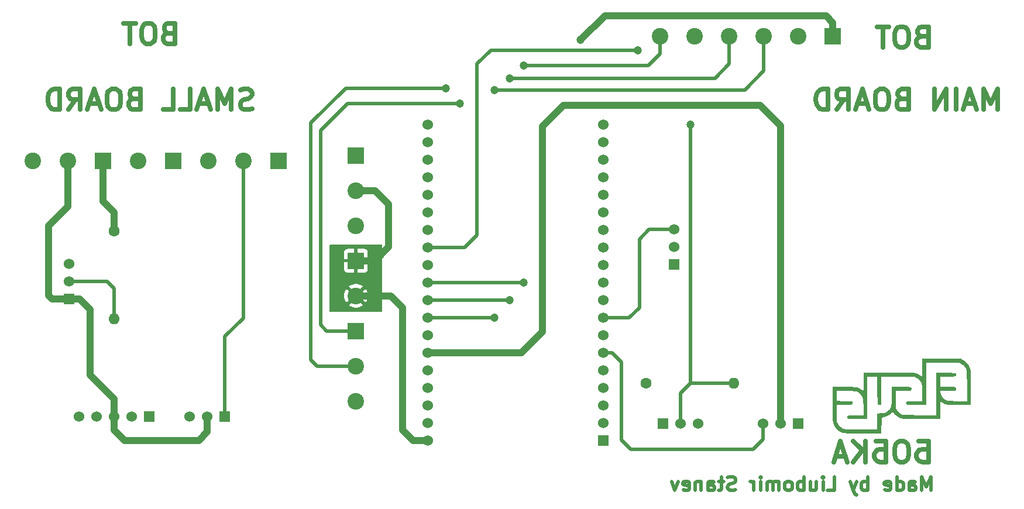
<source format=gbr>
%TF.GenerationSoftware,KiCad,Pcbnew,7.0.9*%
%TF.CreationDate,2024-02-04T14:24:29+02:00*%
%TF.ProjectId,Liubomir_Stanev_project,4c697562-6f6d-4697-925f-5374616e6576,rev?*%
%TF.SameCoordinates,Original*%
%TF.FileFunction,Copper,L2,Bot*%
%TF.FilePolarity,Positive*%
%FSLAX46Y46*%
G04 Gerber Fmt 4.6, Leading zero omitted, Abs format (unit mm)*
G04 Created by KiCad (PCBNEW 7.0.9) date 2024-02-04 14:24:29*
%MOMM*%
%LPD*%
G01*
G04 APERTURE LIST*
%ADD10C,0.700000*%
%TA.AperFunction,NonConductor*%
%ADD11C,0.700000*%
%TD*%
%ADD12C,0.500000*%
%TA.AperFunction,NonConductor*%
%ADD13C,0.500000*%
%TD*%
%TA.AperFunction,ComponentPad*%
%ADD14R,1.530000X1.530000*%
%TD*%
%TA.AperFunction,ComponentPad*%
%ADD15C,1.530000*%
%TD*%
%TA.AperFunction,ComponentPad*%
%ADD16C,1.600000*%
%TD*%
%TA.AperFunction,ComponentPad*%
%ADD17O,1.600000X1.600000*%
%TD*%
%TA.AperFunction,ComponentPad*%
%ADD18R,2.400000X2.400000*%
%TD*%
%TA.AperFunction,ComponentPad*%
%ADD19C,2.400000*%
%TD*%
%TA.AperFunction,ViaPad*%
%ADD20C,1.200000*%
%TD*%
%TA.AperFunction,Conductor*%
%ADD21C,1.000000*%
%TD*%
%TA.AperFunction,Conductor*%
%ADD22C,0.500000*%
%TD*%
G04 APERTURE END LIST*
D10*
D11*
X182396616Y-103596457D02*
X183825188Y-103596457D01*
X183825188Y-103596457D02*
X183825188Y-106596457D01*
X183825188Y-106596457D02*
X182968045Y-106596457D01*
X182968045Y-106596457D02*
X182539474Y-106453600D01*
X182539474Y-106453600D02*
X182253759Y-106167885D01*
X182253759Y-106167885D02*
X182110902Y-105882171D01*
X182110902Y-105882171D02*
X182110902Y-105453600D01*
X182110902Y-105453600D02*
X182253759Y-105167885D01*
X182253759Y-105167885D02*
X182539474Y-104882171D01*
X182539474Y-104882171D02*
X182968045Y-104739314D01*
X182968045Y-104739314D02*
X183825188Y-104739314D01*
X180253759Y-103596457D02*
X179682331Y-103596457D01*
X179682331Y-103596457D02*
X179396616Y-103739314D01*
X179396616Y-103739314D02*
X179110902Y-104025028D01*
X179110902Y-104025028D02*
X178968045Y-104596457D01*
X178968045Y-104596457D02*
X178968045Y-105596457D01*
X178968045Y-105596457D02*
X179110902Y-106167885D01*
X179110902Y-106167885D02*
X179396616Y-106453600D01*
X179396616Y-106453600D02*
X179682331Y-106596457D01*
X179682331Y-106596457D02*
X180253759Y-106596457D01*
X180253759Y-106596457D02*
X180539474Y-106453600D01*
X180539474Y-106453600D02*
X180825188Y-106167885D01*
X180825188Y-106167885D02*
X180968045Y-105596457D01*
X180968045Y-105596457D02*
X180968045Y-104596457D01*
X180968045Y-104596457D02*
X180825188Y-104025028D01*
X180825188Y-104025028D02*
X180539474Y-103739314D01*
X180539474Y-103739314D02*
X180253759Y-103596457D01*
X176253759Y-103596457D02*
X177682331Y-103596457D01*
X177682331Y-103596457D02*
X177682331Y-106596457D01*
X177682331Y-106596457D02*
X176825188Y-106596457D01*
X176825188Y-106596457D02*
X176396617Y-106453600D01*
X176396617Y-106453600D02*
X176110902Y-106167885D01*
X176110902Y-106167885D02*
X175968045Y-105882171D01*
X175968045Y-105882171D02*
X175968045Y-105453600D01*
X175968045Y-105453600D02*
X176110902Y-105167885D01*
X176110902Y-105167885D02*
X176396617Y-104882171D01*
X176396617Y-104882171D02*
X176825188Y-104739314D01*
X176825188Y-104739314D02*
X177682331Y-104739314D01*
X174682331Y-106596457D02*
X174682331Y-103596457D01*
X172968045Y-106596457D02*
X174253759Y-104882171D01*
X172968045Y-103596457D02*
X174682331Y-105310742D01*
X171825188Y-105739314D02*
X170396617Y-105739314D01*
X172110902Y-106596457D02*
X171110902Y-103596457D01*
X171110902Y-103596457D02*
X170110902Y-106596457D01*
D10*
D11*
X193825188Y-55596457D02*
X193825188Y-52596457D01*
X193825188Y-52596457D02*
X192825188Y-54739314D01*
X192825188Y-54739314D02*
X191825188Y-52596457D01*
X191825188Y-52596457D02*
X191825188Y-55596457D01*
X190539474Y-54739314D02*
X189110903Y-54739314D01*
X190825188Y-55596457D02*
X189825188Y-52596457D01*
X189825188Y-52596457D02*
X188825188Y-55596457D01*
X187825188Y-55596457D02*
X187825188Y-52596457D01*
X186396617Y-55596457D02*
X186396617Y-52596457D01*
X186396617Y-52596457D02*
X184682331Y-55596457D01*
X184682331Y-55596457D02*
X184682331Y-52596457D01*
X179968046Y-54025028D02*
X179539474Y-54167885D01*
X179539474Y-54167885D02*
X179396617Y-54310742D01*
X179396617Y-54310742D02*
X179253760Y-54596457D01*
X179253760Y-54596457D02*
X179253760Y-55025028D01*
X179253760Y-55025028D02*
X179396617Y-55310742D01*
X179396617Y-55310742D02*
X179539474Y-55453600D01*
X179539474Y-55453600D02*
X179825189Y-55596457D01*
X179825189Y-55596457D02*
X180968046Y-55596457D01*
X180968046Y-55596457D02*
X180968046Y-52596457D01*
X180968046Y-52596457D02*
X179968046Y-52596457D01*
X179968046Y-52596457D02*
X179682332Y-52739314D01*
X179682332Y-52739314D02*
X179539474Y-52882171D01*
X179539474Y-52882171D02*
X179396617Y-53167885D01*
X179396617Y-53167885D02*
X179396617Y-53453600D01*
X179396617Y-53453600D02*
X179539474Y-53739314D01*
X179539474Y-53739314D02*
X179682332Y-53882171D01*
X179682332Y-53882171D02*
X179968046Y-54025028D01*
X179968046Y-54025028D02*
X180968046Y-54025028D01*
X177396617Y-52596457D02*
X176825189Y-52596457D01*
X176825189Y-52596457D02*
X176539474Y-52739314D01*
X176539474Y-52739314D02*
X176253760Y-53025028D01*
X176253760Y-53025028D02*
X176110903Y-53596457D01*
X176110903Y-53596457D02*
X176110903Y-54596457D01*
X176110903Y-54596457D02*
X176253760Y-55167885D01*
X176253760Y-55167885D02*
X176539474Y-55453600D01*
X176539474Y-55453600D02*
X176825189Y-55596457D01*
X176825189Y-55596457D02*
X177396617Y-55596457D01*
X177396617Y-55596457D02*
X177682332Y-55453600D01*
X177682332Y-55453600D02*
X177968046Y-55167885D01*
X177968046Y-55167885D02*
X178110903Y-54596457D01*
X178110903Y-54596457D02*
X178110903Y-53596457D01*
X178110903Y-53596457D02*
X177968046Y-53025028D01*
X177968046Y-53025028D02*
X177682332Y-52739314D01*
X177682332Y-52739314D02*
X177396617Y-52596457D01*
X174968046Y-54739314D02*
X173539475Y-54739314D01*
X175253760Y-55596457D02*
X174253760Y-52596457D01*
X174253760Y-52596457D02*
X173253760Y-55596457D01*
X170539474Y-55596457D02*
X171539474Y-54167885D01*
X172253760Y-55596457D02*
X172253760Y-52596457D01*
X172253760Y-52596457D02*
X171110903Y-52596457D01*
X171110903Y-52596457D02*
X170825188Y-52739314D01*
X170825188Y-52739314D02*
X170682331Y-52882171D01*
X170682331Y-52882171D02*
X170539474Y-53167885D01*
X170539474Y-53167885D02*
X170539474Y-53596457D01*
X170539474Y-53596457D02*
X170682331Y-53882171D01*
X170682331Y-53882171D02*
X170825188Y-54025028D01*
X170825188Y-54025028D02*
X171110903Y-54167885D01*
X171110903Y-54167885D02*
X172253760Y-54167885D01*
X169253760Y-55596457D02*
X169253760Y-52596457D01*
X169253760Y-52596457D02*
X168539474Y-52596457D01*
X168539474Y-52596457D02*
X168110903Y-52739314D01*
X168110903Y-52739314D02*
X167825188Y-53025028D01*
X167825188Y-53025028D02*
X167682331Y-53310742D01*
X167682331Y-53310742D02*
X167539474Y-53882171D01*
X167539474Y-53882171D02*
X167539474Y-54310742D01*
X167539474Y-54310742D02*
X167682331Y-54882171D01*
X167682331Y-54882171D02*
X167825188Y-55167885D01*
X167825188Y-55167885D02*
X168110903Y-55453600D01*
X168110903Y-55453600D02*
X168539474Y-55596457D01*
X168539474Y-55596457D02*
X169253760Y-55596457D01*
D10*
D11*
X182825188Y-45025028D02*
X182396616Y-45167885D01*
X182396616Y-45167885D02*
X182253759Y-45310742D01*
X182253759Y-45310742D02*
X182110902Y-45596457D01*
X182110902Y-45596457D02*
X182110902Y-46025028D01*
X182110902Y-46025028D02*
X182253759Y-46310742D01*
X182253759Y-46310742D02*
X182396616Y-46453600D01*
X182396616Y-46453600D02*
X182682331Y-46596457D01*
X182682331Y-46596457D02*
X183825188Y-46596457D01*
X183825188Y-46596457D02*
X183825188Y-43596457D01*
X183825188Y-43596457D02*
X182825188Y-43596457D01*
X182825188Y-43596457D02*
X182539474Y-43739314D01*
X182539474Y-43739314D02*
X182396616Y-43882171D01*
X182396616Y-43882171D02*
X182253759Y-44167885D01*
X182253759Y-44167885D02*
X182253759Y-44453600D01*
X182253759Y-44453600D02*
X182396616Y-44739314D01*
X182396616Y-44739314D02*
X182539474Y-44882171D01*
X182539474Y-44882171D02*
X182825188Y-45025028D01*
X182825188Y-45025028D02*
X183825188Y-45025028D01*
X180253759Y-43596457D02*
X179682331Y-43596457D01*
X179682331Y-43596457D02*
X179396616Y-43739314D01*
X179396616Y-43739314D02*
X179110902Y-44025028D01*
X179110902Y-44025028D02*
X178968045Y-44596457D01*
X178968045Y-44596457D02*
X178968045Y-45596457D01*
X178968045Y-45596457D02*
X179110902Y-46167885D01*
X179110902Y-46167885D02*
X179396616Y-46453600D01*
X179396616Y-46453600D02*
X179682331Y-46596457D01*
X179682331Y-46596457D02*
X180253759Y-46596457D01*
X180253759Y-46596457D02*
X180539474Y-46453600D01*
X180539474Y-46453600D02*
X180825188Y-46167885D01*
X180825188Y-46167885D02*
X180968045Y-45596457D01*
X180968045Y-45596457D02*
X180968045Y-44596457D01*
X180968045Y-44596457D02*
X180825188Y-44025028D01*
X180825188Y-44025028D02*
X180539474Y-43739314D01*
X180539474Y-43739314D02*
X180253759Y-43596457D01*
X178110902Y-43596457D02*
X176396617Y-43596457D01*
X177253759Y-46596457D02*
X177253759Y-43596457D01*
D12*
D13*
X184194862Y-110729238D02*
X184194862Y-108729238D01*
X184194862Y-108729238D02*
X183528195Y-110157809D01*
X183528195Y-110157809D02*
X182861529Y-108729238D01*
X182861529Y-108729238D02*
X182861529Y-110729238D01*
X181052005Y-110729238D02*
X181052005Y-109681619D01*
X181052005Y-109681619D02*
X181147243Y-109491142D01*
X181147243Y-109491142D02*
X181337719Y-109395904D01*
X181337719Y-109395904D02*
X181718672Y-109395904D01*
X181718672Y-109395904D02*
X181909148Y-109491142D01*
X181052005Y-110634000D02*
X181242481Y-110729238D01*
X181242481Y-110729238D02*
X181718672Y-110729238D01*
X181718672Y-110729238D02*
X181909148Y-110634000D01*
X181909148Y-110634000D02*
X182004386Y-110443523D01*
X182004386Y-110443523D02*
X182004386Y-110253047D01*
X182004386Y-110253047D02*
X181909148Y-110062571D01*
X181909148Y-110062571D02*
X181718672Y-109967333D01*
X181718672Y-109967333D02*
X181242481Y-109967333D01*
X181242481Y-109967333D02*
X181052005Y-109872095D01*
X179242481Y-110729238D02*
X179242481Y-108729238D01*
X179242481Y-110634000D02*
X179432957Y-110729238D01*
X179432957Y-110729238D02*
X179813910Y-110729238D01*
X179813910Y-110729238D02*
X180004386Y-110634000D01*
X180004386Y-110634000D02*
X180099624Y-110538761D01*
X180099624Y-110538761D02*
X180194862Y-110348285D01*
X180194862Y-110348285D02*
X180194862Y-109776857D01*
X180194862Y-109776857D02*
X180099624Y-109586380D01*
X180099624Y-109586380D02*
X180004386Y-109491142D01*
X180004386Y-109491142D02*
X179813910Y-109395904D01*
X179813910Y-109395904D02*
X179432957Y-109395904D01*
X179432957Y-109395904D02*
X179242481Y-109491142D01*
X177528195Y-110634000D02*
X177718671Y-110729238D01*
X177718671Y-110729238D02*
X178099624Y-110729238D01*
X178099624Y-110729238D02*
X178290100Y-110634000D01*
X178290100Y-110634000D02*
X178385338Y-110443523D01*
X178385338Y-110443523D02*
X178385338Y-109681619D01*
X178385338Y-109681619D02*
X178290100Y-109491142D01*
X178290100Y-109491142D02*
X178099624Y-109395904D01*
X178099624Y-109395904D02*
X177718671Y-109395904D01*
X177718671Y-109395904D02*
X177528195Y-109491142D01*
X177528195Y-109491142D02*
X177432957Y-109681619D01*
X177432957Y-109681619D02*
X177432957Y-109872095D01*
X177432957Y-109872095D02*
X178385338Y-110062571D01*
X175052004Y-110729238D02*
X175052004Y-108729238D01*
X175052004Y-109491142D02*
X174861528Y-109395904D01*
X174861528Y-109395904D02*
X174480575Y-109395904D01*
X174480575Y-109395904D02*
X174290099Y-109491142D01*
X174290099Y-109491142D02*
X174194861Y-109586380D01*
X174194861Y-109586380D02*
X174099623Y-109776857D01*
X174099623Y-109776857D02*
X174099623Y-110348285D01*
X174099623Y-110348285D02*
X174194861Y-110538761D01*
X174194861Y-110538761D02*
X174290099Y-110634000D01*
X174290099Y-110634000D02*
X174480575Y-110729238D01*
X174480575Y-110729238D02*
X174861528Y-110729238D01*
X174861528Y-110729238D02*
X175052004Y-110634000D01*
X173432956Y-109395904D02*
X172956766Y-110729238D01*
X172480575Y-109395904D02*
X172956766Y-110729238D01*
X172956766Y-110729238D02*
X173147242Y-111205428D01*
X173147242Y-111205428D02*
X173242480Y-111300666D01*
X173242480Y-111300666D02*
X173432956Y-111395904D01*
X169242479Y-110729238D02*
X170194860Y-110729238D01*
X170194860Y-110729238D02*
X170194860Y-108729238D01*
X168575812Y-110729238D02*
X168575812Y-109395904D01*
X168575812Y-108729238D02*
X168671050Y-108824476D01*
X168671050Y-108824476D02*
X168575812Y-108919714D01*
X168575812Y-108919714D02*
X168480574Y-108824476D01*
X168480574Y-108824476D02*
X168575812Y-108729238D01*
X168575812Y-108729238D02*
X168575812Y-108919714D01*
X166766288Y-109395904D02*
X166766288Y-110729238D01*
X167623431Y-109395904D02*
X167623431Y-110443523D01*
X167623431Y-110443523D02*
X167528193Y-110634000D01*
X167528193Y-110634000D02*
X167337717Y-110729238D01*
X167337717Y-110729238D02*
X167052002Y-110729238D01*
X167052002Y-110729238D02*
X166861526Y-110634000D01*
X166861526Y-110634000D02*
X166766288Y-110538761D01*
X165813907Y-110729238D02*
X165813907Y-108729238D01*
X165813907Y-109491142D02*
X165623431Y-109395904D01*
X165623431Y-109395904D02*
X165242478Y-109395904D01*
X165242478Y-109395904D02*
X165052002Y-109491142D01*
X165052002Y-109491142D02*
X164956764Y-109586380D01*
X164956764Y-109586380D02*
X164861526Y-109776857D01*
X164861526Y-109776857D02*
X164861526Y-110348285D01*
X164861526Y-110348285D02*
X164956764Y-110538761D01*
X164956764Y-110538761D02*
X165052002Y-110634000D01*
X165052002Y-110634000D02*
X165242478Y-110729238D01*
X165242478Y-110729238D02*
X165623431Y-110729238D01*
X165623431Y-110729238D02*
X165813907Y-110634000D01*
X163718669Y-110729238D02*
X163909145Y-110634000D01*
X163909145Y-110634000D02*
X164004383Y-110538761D01*
X164004383Y-110538761D02*
X164099621Y-110348285D01*
X164099621Y-110348285D02*
X164099621Y-109776857D01*
X164099621Y-109776857D02*
X164004383Y-109586380D01*
X164004383Y-109586380D02*
X163909145Y-109491142D01*
X163909145Y-109491142D02*
X163718669Y-109395904D01*
X163718669Y-109395904D02*
X163432954Y-109395904D01*
X163432954Y-109395904D02*
X163242478Y-109491142D01*
X163242478Y-109491142D02*
X163147240Y-109586380D01*
X163147240Y-109586380D02*
X163052002Y-109776857D01*
X163052002Y-109776857D02*
X163052002Y-110348285D01*
X163052002Y-110348285D02*
X163147240Y-110538761D01*
X163147240Y-110538761D02*
X163242478Y-110634000D01*
X163242478Y-110634000D02*
X163432954Y-110729238D01*
X163432954Y-110729238D02*
X163718669Y-110729238D01*
X162194859Y-110729238D02*
X162194859Y-109395904D01*
X162194859Y-109586380D02*
X162099621Y-109491142D01*
X162099621Y-109491142D02*
X161909145Y-109395904D01*
X161909145Y-109395904D02*
X161623430Y-109395904D01*
X161623430Y-109395904D02*
X161432954Y-109491142D01*
X161432954Y-109491142D02*
X161337716Y-109681619D01*
X161337716Y-109681619D02*
X161337716Y-110729238D01*
X161337716Y-109681619D02*
X161242478Y-109491142D01*
X161242478Y-109491142D02*
X161052002Y-109395904D01*
X161052002Y-109395904D02*
X160766288Y-109395904D01*
X160766288Y-109395904D02*
X160575811Y-109491142D01*
X160575811Y-109491142D02*
X160480573Y-109681619D01*
X160480573Y-109681619D02*
X160480573Y-110729238D01*
X159528192Y-110729238D02*
X159528192Y-109395904D01*
X159528192Y-108729238D02*
X159623430Y-108824476D01*
X159623430Y-108824476D02*
X159528192Y-108919714D01*
X159528192Y-108919714D02*
X159432954Y-108824476D01*
X159432954Y-108824476D02*
X159528192Y-108729238D01*
X159528192Y-108729238D02*
X159528192Y-108919714D01*
X158575811Y-110729238D02*
X158575811Y-109395904D01*
X158575811Y-109776857D02*
X158480573Y-109586380D01*
X158480573Y-109586380D02*
X158385335Y-109491142D01*
X158385335Y-109491142D02*
X158194859Y-109395904D01*
X158194859Y-109395904D02*
X158004382Y-109395904D01*
X155909144Y-110634000D02*
X155623430Y-110729238D01*
X155623430Y-110729238D02*
X155147239Y-110729238D01*
X155147239Y-110729238D02*
X154956763Y-110634000D01*
X154956763Y-110634000D02*
X154861525Y-110538761D01*
X154861525Y-110538761D02*
X154766287Y-110348285D01*
X154766287Y-110348285D02*
X154766287Y-110157809D01*
X154766287Y-110157809D02*
X154861525Y-109967333D01*
X154861525Y-109967333D02*
X154956763Y-109872095D01*
X154956763Y-109872095D02*
X155147239Y-109776857D01*
X155147239Y-109776857D02*
X155528192Y-109681619D01*
X155528192Y-109681619D02*
X155718668Y-109586380D01*
X155718668Y-109586380D02*
X155813906Y-109491142D01*
X155813906Y-109491142D02*
X155909144Y-109300666D01*
X155909144Y-109300666D02*
X155909144Y-109110190D01*
X155909144Y-109110190D02*
X155813906Y-108919714D01*
X155813906Y-108919714D02*
X155718668Y-108824476D01*
X155718668Y-108824476D02*
X155528192Y-108729238D01*
X155528192Y-108729238D02*
X155052001Y-108729238D01*
X155052001Y-108729238D02*
X154766287Y-108824476D01*
X154194858Y-109395904D02*
X153432954Y-109395904D01*
X153909144Y-108729238D02*
X153909144Y-110443523D01*
X153909144Y-110443523D02*
X153813906Y-110634000D01*
X153813906Y-110634000D02*
X153623430Y-110729238D01*
X153623430Y-110729238D02*
X153432954Y-110729238D01*
X151909144Y-110729238D02*
X151909144Y-109681619D01*
X151909144Y-109681619D02*
X152004382Y-109491142D01*
X152004382Y-109491142D02*
X152194858Y-109395904D01*
X152194858Y-109395904D02*
X152575811Y-109395904D01*
X152575811Y-109395904D02*
X152766287Y-109491142D01*
X151909144Y-110634000D02*
X152099620Y-110729238D01*
X152099620Y-110729238D02*
X152575811Y-110729238D01*
X152575811Y-110729238D02*
X152766287Y-110634000D01*
X152766287Y-110634000D02*
X152861525Y-110443523D01*
X152861525Y-110443523D02*
X152861525Y-110253047D01*
X152861525Y-110253047D02*
X152766287Y-110062571D01*
X152766287Y-110062571D02*
X152575811Y-109967333D01*
X152575811Y-109967333D02*
X152099620Y-109967333D01*
X152099620Y-109967333D02*
X151909144Y-109872095D01*
X150956763Y-109395904D02*
X150956763Y-110729238D01*
X150956763Y-109586380D02*
X150861525Y-109491142D01*
X150861525Y-109491142D02*
X150671049Y-109395904D01*
X150671049Y-109395904D02*
X150385334Y-109395904D01*
X150385334Y-109395904D02*
X150194858Y-109491142D01*
X150194858Y-109491142D02*
X150099620Y-109681619D01*
X150099620Y-109681619D02*
X150099620Y-110729238D01*
X148385334Y-110634000D02*
X148575810Y-110729238D01*
X148575810Y-110729238D02*
X148956763Y-110729238D01*
X148956763Y-110729238D02*
X149147239Y-110634000D01*
X149147239Y-110634000D02*
X149242477Y-110443523D01*
X149242477Y-110443523D02*
X149242477Y-109681619D01*
X149242477Y-109681619D02*
X149147239Y-109491142D01*
X149147239Y-109491142D02*
X148956763Y-109395904D01*
X148956763Y-109395904D02*
X148575810Y-109395904D01*
X148575810Y-109395904D02*
X148385334Y-109491142D01*
X148385334Y-109491142D02*
X148290096Y-109681619D01*
X148290096Y-109681619D02*
X148290096Y-109872095D01*
X148290096Y-109872095D02*
X149242477Y-110062571D01*
X147623429Y-109395904D02*
X147147239Y-110729238D01*
X147147239Y-110729238D02*
X146671048Y-109395904D01*
D10*
D11*
X85968045Y-55453600D02*
X85539474Y-55596457D01*
X85539474Y-55596457D02*
X84825188Y-55596457D01*
X84825188Y-55596457D02*
X84539474Y-55453600D01*
X84539474Y-55453600D02*
X84396616Y-55310742D01*
X84396616Y-55310742D02*
X84253759Y-55025028D01*
X84253759Y-55025028D02*
X84253759Y-54739314D01*
X84253759Y-54739314D02*
X84396616Y-54453600D01*
X84396616Y-54453600D02*
X84539474Y-54310742D01*
X84539474Y-54310742D02*
X84825188Y-54167885D01*
X84825188Y-54167885D02*
X85396616Y-54025028D01*
X85396616Y-54025028D02*
X85682331Y-53882171D01*
X85682331Y-53882171D02*
X85825188Y-53739314D01*
X85825188Y-53739314D02*
X85968045Y-53453600D01*
X85968045Y-53453600D02*
X85968045Y-53167885D01*
X85968045Y-53167885D02*
X85825188Y-52882171D01*
X85825188Y-52882171D02*
X85682331Y-52739314D01*
X85682331Y-52739314D02*
X85396616Y-52596457D01*
X85396616Y-52596457D02*
X84682331Y-52596457D01*
X84682331Y-52596457D02*
X84253759Y-52739314D01*
X82968045Y-55596457D02*
X82968045Y-52596457D01*
X82968045Y-52596457D02*
X81968045Y-54739314D01*
X81968045Y-54739314D02*
X80968045Y-52596457D01*
X80968045Y-52596457D02*
X80968045Y-55596457D01*
X79682331Y-54739314D02*
X78253760Y-54739314D01*
X79968045Y-55596457D02*
X78968045Y-52596457D01*
X78968045Y-52596457D02*
X77968045Y-55596457D01*
X75539473Y-55596457D02*
X76968045Y-55596457D01*
X76968045Y-55596457D02*
X76968045Y-52596457D01*
X73110902Y-55596457D02*
X74539474Y-55596457D01*
X74539474Y-55596457D02*
X74539474Y-52596457D01*
X68825189Y-54025028D02*
X68396617Y-54167885D01*
X68396617Y-54167885D02*
X68253760Y-54310742D01*
X68253760Y-54310742D02*
X68110903Y-54596457D01*
X68110903Y-54596457D02*
X68110903Y-55025028D01*
X68110903Y-55025028D02*
X68253760Y-55310742D01*
X68253760Y-55310742D02*
X68396617Y-55453600D01*
X68396617Y-55453600D02*
X68682332Y-55596457D01*
X68682332Y-55596457D02*
X69825189Y-55596457D01*
X69825189Y-55596457D02*
X69825189Y-52596457D01*
X69825189Y-52596457D02*
X68825189Y-52596457D01*
X68825189Y-52596457D02*
X68539475Y-52739314D01*
X68539475Y-52739314D02*
X68396617Y-52882171D01*
X68396617Y-52882171D02*
X68253760Y-53167885D01*
X68253760Y-53167885D02*
X68253760Y-53453600D01*
X68253760Y-53453600D02*
X68396617Y-53739314D01*
X68396617Y-53739314D02*
X68539475Y-53882171D01*
X68539475Y-53882171D02*
X68825189Y-54025028D01*
X68825189Y-54025028D02*
X69825189Y-54025028D01*
X66253760Y-52596457D02*
X65682332Y-52596457D01*
X65682332Y-52596457D02*
X65396617Y-52739314D01*
X65396617Y-52739314D02*
X65110903Y-53025028D01*
X65110903Y-53025028D02*
X64968046Y-53596457D01*
X64968046Y-53596457D02*
X64968046Y-54596457D01*
X64968046Y-54596457D02*
X65110903Y-55167885D01*
X65110903Y-55167885D02*
X65396617Y-55453600D01*
X65396617Y-55453600D02*
X65682332Y-55596457D01*
X65682332Y-55596457D02*
X66253760Y-55596457D01*
X66253760Y-55596457D02*
X66539475Y-55453600D01*
X66539475Y-55453600D02*
X66825189Y-55167885D01*
X66825189Y-55167885D02*
X66968046Y-54596457D01*
X66968046Y-54596457D02*
X66968046Y-53596457D01*
X66968046Y-53596457D02*
X66825189Y-53025028D01*
X66825189Y-53025028D02*
X66539475Y-52739314D01*
X66539475Y-52739314D02*
X66253760Y-52596457D01*
X63825189Y-54739314D02*
X62396618Y-54739314D01*
X64110903Y-55596457D02*
X63110903Y-52596457D01*
X63110903Y-52596457D02*
X62110903Y-55596457D01*
X59396617Y-55596457D02*
X60396617Y-54167885D01*
X61110903Y-55596457D02*
X61110903Y-52596457D01*
X61110903Y-52596457D02*
X59968046Y-52596457D01*
X59968046Y-52596457D02*
X59682331Y-52739314D01*
X59682331Y-52739314D02*
X59539474Y-52882171D01*
X59539474Y-52882171D02*
X59396617Y-53167885D01*
X59396617Y-53167885D02*
X59396617Y-53596457D01*
X59396617Y-53596457D02*
X59539474Y-53882171D01*
X59539474Y-53882171D02*
X59682331Y-54025028D01*
X59682331Y-54025028D02*
X59968046Y-54167885D01*
X59968046Y-54167885D02*
X61110903Y-54167885D01*
X58110903Y-55596457D02*
X58110903Y-52596457D01*
X58110903Y-52596457D02*
X57396617Y-52596457D01*
X57396617Y-52596457D02*
X56968046Y-52739314D01*
X56968046Y-52739314D02*
X56682331Y-53025028D01*
X56682331Y-53025028D02*
X56539474Y-53310742D01*
X56539474Y-53310742D02*
X56396617Y-53882171D01*
X56396617Y-53882171D02*
X56396617Y-54310742D01*
X56396617Y-54310742D02*
X56539474Y-54882171D01*
X56539474Y-54882171D02*
X56682331Y-55167885D01*
X56682331Y-55167885D02*
X56968046Y-55453600D01*
X56968046Y-55453600D02*
X57396617Y-55596457D01*
X57396617Y-55596457D02*
X58110903Y-55596457D01*
D10*
D11*
X73825188Y-44525028D02*
X73396616Y-44667885D01*
X73396616Y-44667885D02*
X73253759Y-44810742D01*
X73253759Y-44810742D02*
X73110902Y-45096457D01*
X73110902Y-45096457D02*
X73110902Y-45525028D01*
X73110902Y-45525028D02*
X73253759Y-45810742D01*
X73253759Y-45810742D02*
X73396616Y-45953600D01*
X73396616Y-45953600D02*
X73682331Y-46096457D01*
X73682331Y-46096457D02*
X74825188Y-46096457D01*
X74825188Y-46096457D02*
X74825188Y-43096457D01*
X74825188Y-43096457D02*
X73825188Y-43096457D01*
X73825188Y-43096457D02*
X73539474Y-43239314D01*
X73539474Y-43239314D02*
X73396616Y-43382171D01*
X73396616Y-43382171D02*
X73253759Y-43667885D01*
X73253759Y-43667885D02*
X73253759Y-43953600D01*
X73253759Y-43953600D02*
X73396616Y-44239314D01*
X73396616Y-44239314D02*
X73539474Y-44382171D01*
X73539474Y-44382171D02*
X73825188Y-44525028D01*
X73825188Y-44525028D02*
X74825188Y-44525028D01*
X71253759Y-43096457D02*
X70682331Y-43096457D01*
X70682331Y-43096457D02*
X70396616Y-43239314D01*
X70396616Y-43239314D02*
X70110902Y-43525028D01*
X70110902Y-43525028D02*
X69968045Y-44096457D01*
X69968045Y-44096457D02*
X69968045Y-45096457D01*
X69968045Y-45096457D02*
X70110902Y-45667885D01*
X70110902Y-45667885D02*
X70396616Y-45953600D01*
X70396616Y-45953600D02*
X70682331Y-46096457D01*
X70682331Y-46096457D02*
X71253759Y-46096457D01*
X71253759Y-46096457D02*
X71539474Y-45953600D01*
X71539474Y-45953600D02*
X71825188Y-45667885D01*
X71825188Y-45667885D02*
X71968045Y-45096457D01*
X71968045Y-45096457D02*
X71968045Y-44096457D01*
X71968045Y-44096457D02*
X71825188Y-43525028D01*
X71825188Y-43525028D02*
X71539474Y-43239314D01*
X71539474Y-43239314D02*
X71253759Y-43096457D01*
X69110902Y-43096457D02*
X67396617Y-43096457D01*
X68253759Y-46096457D02*
X68253759Y-43096457D01*
%TA.AperFunction,EtchedComponent*%
%TO.C,G\u002A\u002A\u002A*%
G36*
X189963389Y-98355021D02*
G01*
X188316109Y-98355021D01*
X187905774Y-98354434D01*
X187465791Y-98350923D01*
X187108745Y-98342470D01*
X186821543Y-98327090D01*
X186591093Y-98302795D01*
X186404303Y-98267600D01*
X186248082Y-98219518D01*
X186109336Y-98156562D01*
X185974974Y-98076746D01*
X185831904Y-97978084D01*
X185579498Y-97797248D01*
X185579498Y-100400837D01*
X182882825Y-100400837D01*
X182249316Y-100400686D01*
X181712060Y-100399551D01*
X181261360Y-100396415D01*
X180887514Y-100390263D01*
X180580824Y-100380076D01*
X180331591Y-100364838D01*
X180130114Y-100343532D01*
X179966695Y-100315142D01*
X179831634Y-100278651D01*
X179715231Y-100233041D01*
X179607788Y-100177296D01*
X179499604Y-100110399D01*
X179380981Y-100031333D01*
X179243474Y-99927751D01*
X179045856Y-99744207D01*
X178896390Y-99564288D01*
X178722696Y-99306394D01*
X178468235Y-99551662D01*
X178172769Y-99791804D01*
X177813020Y-99979408D01*
X177387959Y-100102236D01*
X177050837Y-100170971D01*
X177022183Y-102477741D01*
X174299899Y-102462197D01*
X174077782Y-102460925D01*
X173505035Y-102457485D01*
X173025706Y-102454040D01*
X172630250Y-102450152D01*
X172309119Y-102445379D01*
X172052768Y-102439283D01*
X171851649Y-102431423D01*
X171696218Y-102421359D01*
X171576926Y-102408651D01*
X171484228Y-102392860D01*
X171408578Y-102373546D01*
X171340429Y-102350268D01*
X171270234Y-102322587D01*
X171237391Y-102308779D01*
X170936828Y-102137398D01*
X170643885Y-101899635D01*
X170390648Y-101625099D01*
X170209203Y-101343401D01*
X170208542Y-101342051D01*
X170152077Y-101217931D01*
X170104671Y-101089297D01*
X170065546Y-100945972D01*
X170033925Y-100777781D01*
X170009029Y-100574550D01*
X169990080Y-100326101D01*
X169976300Y-100022262D01*
X169966910Y-99652854D01*
X169961134Y-99207705D01*
X169958191Y-98676638D01*
X169957306Y-98049477D01*
X169957004Y-96302845D01*
X170538382Y-96302845D01*
X170553187Y-97036674D01*
X170567992Y-97770502D01*
X171653239Y-97784916D01*
X171910156Y-97789390D01*
X172271868Y-97800516D01*
X172546501Y-97815903D01*
X172727671Y-97835147D01*
X172808992Y-97857845D01*
X172837244Y-97891357D01*
X172875133Y-98018613D01*
X172865715Y-98162723D01*
X172808992Y-98267678D01*
X172772386Y-98281726D01*
X172630225Y-98302394D01*
X172392057Y-98319366D01*
X172064267Y-98332238D01*
X171653239Y-98340607D01*
X170567992Y-98355021D01*
X170567992Y-100746234D01*
X170716837Y-101049339D01*
X170730044Y-101075795D01*
X170899872Y-101344890D01*
X171117446Y-101558238D01*
X171412012Y-101745113D01*
X171435814Y-101757685D01*
X171489743Y-101783265D01*
X171550236Y-101804399D01*
X171627263Y-101821587D01*
X171730795Y-101835335D01*
X171870804Y-101846144D01*
X172057261Y-101854518D01*
X172300137Y-101860959D01*
X172609403Y-101865972D01*
X172995030Y-101870058D01*
X173466989Y-101873722D01*
X174035251Y-101877466D01*
X176439749Y-101892798D01*
X176439749Y-99562988D01*
X176957846Y-99540543D01*
X177231981Y-99522059D01*
X177484020Y-99480227D01*
X177687700Y-99405325D01*
X177874089Y-99285321D01*
X178074253Y-99108182D01*
X178155884Y-99026535D01*
X178263599Y-98901134D01*
X178347331Y-98768286D01*
X178410044Y-98613880D01*
X178454705Y-98423804D01*
X178484279Y-98183948D01*
X178501731Y-97880199D01*
X178510028Y-97498445D01*
X178512134Y-97024576D01*
X178512134Y-95724686D01*
X179867155Y-95724686D01*
X179983823Y-95724705D01*
X180374174Y-95725389D01*
X180674760Y-95727763D01*
X180898711Y-95732782D01*
X181059155Y-95741400D01*
X181169223Y-95754572D01*
X181242042Y-95773253D01*
X181290742Y-95798398D01*
X181328452Y-95830963D01*
X181410448Y-95939280D01*
X181421190Y-96067669D01*
X181328452Y-96202929D01*
X181320453Y-96210757D01*
X181276524Y-96245102D01*
X181217016Y-96270401D01*
X181126812Y-96288027D01*
X180990797Y-96299349D01*
X180793855Y-96305739D01*
X180520871Y-96308567D01*
X180156730Y-96309205D01*
X179091284Y-96309205D01*
X179123222Y-98841961D01*
X179283775Y-99101468D01*
X179362887Y-99216193D01*
X179584711Y-99456091D01*
X179839156Y-99646258D01*
X180094334Y-99760757D01*
X180187470Y-99773635D01*
X180384677Y-99785926D01*
X180675513Y-99796317D01*
X181053402Y-99804664D01*
X181511768Y-99810826D01*
X182044032Y-99814659D01*
X182643620Y-99816022D01*
X184994979Y-99816318D01*
X184994979Y-93705440D01*
X186365942Y-93705440D01*
X186756438Y-93706542D01*
X187133932Y-93710968D01*
X187419369Y-93719104D01*
X187620483Y-93731293D01*
X187745006Y-93747879D01*
X187800670Y-93769205D01*
X187822552Y-93797631D01*
X187860299Y-93926618D01*
X187850449Y-94071372D01*
X187793929Y-94176046D01*
X187757323Y-94190094D01*
X187615162Y-94210763D01*
X187376994Y-94227734D01*
X187049204Y-94240606D01*
X186638176Y-94248975D01*
X185552929Y-94263389D01*
X185538145Y-94994038D01*
X185523361Y-95724686D01*
X186610396Y-95724686D01*
X186964419Y-95725689D01*
X187278428Y-95730990D01*
X187509729Y-95743523D01*
X187670859Y-95766211D01*
X187774356Y-95801975D01*
X187832759Y-95853737D01*
X187858606Y-95924420D01*
X187864435Y-96016946D01*
X187860095Y-96099744D01*
X187837280Y-96172829D01*
X187783407Y-96226662D01*
X187685943Y-96264162D01*
X187532352Y-96288247D01*
X187310103Y-96301836D01*
X187006659Y-96307849D01*
X186609487Y-96309205D01*
X185521544Y-96309205D01*
X185556600Y-96508473D01*
X185643024Y-96817004D01*
X185830588Y-97163139D01*
X186095152Y-97448560D01*
X186424957Y-97657705D01*
X186426391Y-97658367D01*
X186508278Y-97692981D01*
X186595438Y-97719986D01*
X186702299Y-97740539D01*
X186843290Y-97755799D01*
X187032840Y-97766922D01*
X187285378Y-97775067D01*
X187615333Y-97781391D01*
X188037134Y-97787052D01*
X189405440Y-97803603D01*
X189405440Y-95657890D01*
X189405318Y-95314086D01*
X189403948Y-94784723D01*
X189399923Y-94345250D01*
X189391863Y-93985207D01*
X189378388Y-93694136D01*
X189358121Y-93461578D01*
X189329682Y-93277074D01*
X189291691Y-93130164D01*
X189242770Y-93010389D01*
X189181539Y-92907291D01*
X189106619Y-92810410D01*
X189016631Y-92709287D01*
X188916181Y-92611500D01*
X188718832Y-92456374D01*
X188528661Y-92342886D01*
X188262971Y-92218612D01*
X185885042Y-92218093D01*
X183507113Y-92217573D01*
X183507113Y-98328452D01*
X182100824Y-98328452D01*
X181900401Y-98328397D01*
X181520037Y-98327564D01*
X181228075Y-98325042D01*
X181012135Y-98319960D01*
X180859839Y-98311446D01*
X180758809Y-98298631D01*
X180696666Y-98280644D01*
X180661032Y-98256613D01*
X180639527Y-98225669D01*
X180612942Y-98169326D01*
X180591513Y-98013014D01*
X180668022Y-97880574D01*
X180684052Y-97867050D01*
X180738793Y-97841504D01*
X180829855Y-97822844D01*
X180971224Y-97810070D01*
X181176890Y-97802182D01*
X181460839Y-97798183D01*
X181837060Y-97797071D01*
X182922594Y-97797071D01*
X182922594Y-96637500D01*
X182920603Y-96208607D01*
X182912445Y-95854485D01*
X182895161Y-95575961D01*
X182865795Y-95357461D01*
X182821389Y-95183415D01*
X182758984Y-95038249D01*
X182675625Y-94906392D01*
X182568354Y-94772272D01*
X182492270Y-94692874D01*
X182302315Y-94533920D01*
X182106280Y-94407394D01*
X181833264Y-94263389D01*
X179428766Y-94247586D01*
X177024268Y-94231784D01*
X177024268Y-98219726D01*
X176894025Y-98305065D01*
X176887045Y-98309540D01*
X176726460Y-98361522D01*
X176585874Y-98318497D01*
X176489843Y-98187601D01*
X176479875Y-98124751D01*
X176468883Y-97962120D01*
X176459206Y-97715996D01*
X176451151Y-97398793D01*
X176445019Y-97022922D01*
X176441118Y-96600797D01*
X176439749Y-96144832D01*
X176439749Y-94233821D01*
X175709101Y-94248605D01*
X174978452Y-94263389D01*
X174951020Y-100400837D01*
X173600226Y-100400837D01*
X173189684Y-100400214D01*
X172836614Y-100396769D01*
X172567789Y-100388288D01*
X172371751Y-100372560D01*
X172237045Y-100347373D01*
X172152216Y-100310515D01*
X172105807Y-100259773D01*
X172086363Y-100192937D01*
X172082427Y-100107795D01*
X172084699Y-100058039D01*
X172106894Y-99977469D01*
X172162707Y-99916811D01*
X172264240Y-99873327D01*
X172423592Y-99844275D01*
X172652864Y-99826917D01*
X172964154Y-99818511D01*
X173369564Y-99816318D01*
X174420502Y-99816318D01*
X174420502Y-98710063D01*
X174418879Y-98346282D01*
X174410551Y-97972550D01*
X174392297Y-97676835D01*
X174360979Y-97443453D01*
X174313459Y-97256719D01*
X174246599Y-97100948D01*
X174157262Y-96960455D01*
X174042311Y-96819556D01*
X173983259Y-96752937D01*
X173868902Y-96631618D01*
X173759376Y-96536374D01*
X173640792Y-96463865D01*
X173499263Y-96410754D01*
X173320900Y-96373702D01*
X173091814Y-96349370D01*
X172798119Y-96334420D01*
X172425926Y-96325513D01*
X171961346Y-96319310D01*
X170538382Y-96302845D01*
X169957004Y-96302845D01*
X169956904Y-95724686D01*
X171599450Y-95724686D01*
X171965262Y-95725232D01*
X172424436Y-95728969D01*
X172799205Y-95737987D01*
X173102594Y-95754288D01*
X173347628Y-95779873D01*
X173547333Y-95816744D01*
X173714735Y-95866902D01*
X173862858Y-95932348D01*
X174004727Y-96015085D01*
X174153369Y-96117112D01*
X174420502Y-96309028D01*
X174420502Y-93648239D01*
X178153452Y-93663555D01*
X178288454Y-93664110D01*
X178990913Y-93667100D01*
X179596353Y-93670021D01*
X180112640Y-93673121D01*
X180547638Y-93676649D01*
X180909213Y-93680853D01*
X181205231Y-93685982D01*
X181443555Y-93692286D01*
X181632051Y-93700012D01*
X181778584Y-93709410D01*
X181891020Y-93720728D01*
X181977224Y-93734215D01*
X182045060Y-93750120D01*
X182102394Y-93768691D01*
X182157091Y-93790178D01*
X182247305Y-93830291D01*
X182472794Y-93947473D01*
X182675187Y-94071705D01*
X182922594Y-94241926D01*
X182922594Y-91629445D01*
X185699059Y-91644534D01*
X188475523Y-91659624D01*
X188774220Y-91806312D01*
X188896816Y-91870889D01*
X189282662Y-92145302D01*
X189587721Y-92485110D01*
X189806832Y-92883520D01*
X189934834Y-93333740D01*
X189939664Y-93366683D01*
X189955354Y-93556043D01*
X189967401Y-93849046D01*
X189975774Y-94243666D01*
X189980438Y-94737874D01*
X189981361Y-95329643D01*
X189978510Y-96016946D01*
X189966955Y-97803603D01*
X189963389Y-98355021D01*
G37*
%TD.AperFunction*%
%TD*%
D14*
%TO.P,U5,1,GND*%
%TO.N,GND*%
X145460000Y-101000000D03*
D15*
%TO.P,U5,2,DQ*%
%TO.N,/water_temp*%
X148000000Y-101000000D03*
%TO.P,U5,3,V_{DD}*%
%TO.N,+3.3V*%
X150540000Y-101000000D03*
%TD*%
D16*
%TO.P,R1,1*%
%TO.N,+3V3*%
X66000000Y-73150000D03*
D17*
%TO.P,R1,2*%
%TO.N,/air_temp*%
X66000000Y-85850000D03*
%TD*%
D18*
%TO.P,J4,1,Pin_1*%
%TO.N,+3.3V*%
X101000000Y-62220000D03*
D19*
%TO.P,J4,2,Pin_2*%
%TO.N,GND*%
X101000000Y-67300000D03*
%TO.P,J4,3,Pin_3*%
%TO.N,/uv_ref_main*%
X101000000Y-72380000D03*
%TD*%
D14*
%TO.P,U2,1,OUT*%
%TO.N,/brightness_out*%
X82040000Y-100000000D03*
D15*
%TO.P,U2,2,GND*%
%TO.N,GND1*%
X79500000Y-100000000D03*
%TO.P,U2,3,VCC*%
%TO.N,+3V3*%
X76960000Y-100000000D03*
%TD*%
D18*
%TO.P,U8,1,VCC*%
%TO.N,+5V*%
X170000000Y-45000000D03*
D19*
%TO.P,U8,2,GND*%
%TO.N,GND*%
X165000000Y-45000000D03*
%TO.P,U8,3,In1*%
%TO.N,/relay_brightness_lamp*%
X160000000Y-45000000D03*
%TO.P,U8,4,In2*%
%TO.N,/relay_uv_lamp*%
X155000000Y-45000000D03*
%TO.P,U8,5,In3*%
%TO.N,unconnected-(U8-In3-Pad5)*%
X150000000Y-45000000D03*
%TO.P,U8,6,In4*%
%TO.N,/relay_heater*%
X145000000Y-45000000D03*
%TD*%
D14*
%TO.P,U7,1,+3.3V*%
%TO.N,+3.3V*%
X136750000Y-103500000D03*
D15*
%TO.P,U7,2,ESP_EN*%
%TO.N,unconnected-(U7-ESP_EN-Pad2)*%
X136750000Y-100960000D03*
%TO.P,U7,3,GPI36*%
%TO.N,/brightness_out_main*%
X136750000Y-98420000D03*
%TO.P,U7,4,GPI39*%
%TO.N,unconnected-(U7-GPI39-Pad4)*%
X136750000Y-95880000D03*
%TO.P,U7,5,GPI34*%
%TO.N,unconnected-(U7-GPI34-Pad5)*%
X136750000Y-93340000D03*
%TO.P,U7,6,GPI35*%
%TO.N,/water_level*%
X136750000Y-90800000D03*
%TO.P,U7,7,GPIO32*%
%TO.N,/uv_out_main*%
X136750000Y-88260000D03*
%TO.P,U7,8,GPIO33*%
%TO.N,/turbidity*%
X136750000Y-85720000D03*
%TO.P,U7,9,GPIO25*%
%TO.N,unconnected-(U7-GPIO25-Pad9)*%
X136750000Y-83180000D03*
%TO.P,U7,10,GPIO26*%
%TO.N,unconnected-(U7-GPIO26-Pad10)*%
X136750000Y-80640000D03*
%TO.P,U7,11,GPIO27*%
%TO.N,unconnected-(U7-GPIO27-Pad11)*%
X136750000Y-78100000D03*
%TO.P,U7,12,GPIO14*%
%TO.N,unconnected-(U7-GPIO14-Pad12)*%
X136750000Y-75560000D03*
%TO.P,U7,13,GPIO12*%
%TO.N,/uv_ref_main*%
X136750000Y-73020000D03*
%TO.P,U7,14,GND*%
%TO.N,unconnected-(U7-GND-Pad14)*%
X136750000Y-70480000D03*
%TO.P,U7,15,GPIO13*%
%TO.N,unconnected-(U7-GPIO13-Pad15)*%
X136750000Y-67940000D03*
%TO.P,U7,16,GPIO09*%
%TO.N,unconnected-(U7-GPIO09-Pad16)*%
X136750000Y-65400000D03*
%TO.P,U7,17,GPIO10*%
%TO.N,unconnected-(U7-GPIO10-Pad17)*%
X136750000Y-62860000D03*
%TO.P,U7,18,GPIO11*%
%TO.N,unconnected-(U7-GPIO11-Pad18)*%
X136750000Y-60320000D03*
%TO.P,U7,19,+5V*%
%TO.N,+5V*%
X136750000Y-57780000D03*
%TO.P,U7,20,GND*%
%TO.N,GND*%
X111350000Y-103500000D03*
%TO.P,U7,21,GPIO23*%
%TO.N,unconnected-(U7-GPIO23-Pad21)*%
X111350000Y-100960000D03*
%TO.P,U7,22,GPIO22*%
%TO.N,unconnected-(U7-GPIO22-Pad22)*%
X111350000Y-98420000D03*
%TO.P,U7,23,GPIO1*%
%TO.N,unconnected-(U7-GPIO1-Pad23)*%
X111350000Y-95880000D03*
%TO.P,U7,24,GPIO3*%
%TO.N,unconnected-(U7-GPIO3-Pad24)*%
X111350000Y-93340000D03*
%TO.P,U7,25,GPIO21*%
%TO.N,/water_level_power*%
X111350000Y-90800000D03*
%TO.P,U7,26,GND*%
%TO.N,unconnected-(U7-GND-Pad26)*%
X111350000Y-88260000D03*
%TO.P,U7,27,GPIO19*%
%TO.N,/relay_brightness_lamp*%
X111350000Y-85720000D03*
%TO.P,U7,28,GPIO18*%
%TO.N,/relay_uv_lamp*%
X111350000Y-83180000D03*
%TO.P,U7,29,GPIO05*%
%TO.N,/relay_heater*%
X111350000Y-80640000D03*
%TO.P,U7,30,GPIO17*%
%TO.N,/air_temp_main*%
X111350000Y-78100000D03*
%TO.P,U7,31,GPIO16*%
%TO.N,/water_temp*%
X111350000Y-75560000D03*
%TO.P,U7,32,GPIO04*%
%TO.N,unconnected-(U7-GPIO04-Pad32)*%
X111350000Y-73020000D03*
%TO.P,U7,33,GPIO00*%
%TO.N,unconnected-(U7-GPIO00-Pad33)*%
X111350000Y-70480000D03*
%TO.P,U7,34,GPIO02*%
%TO.N,unconnected-(U7-GPIO02-Pad34)*%
X111350000Y-67940000D03*
%TO.P,U7,35,GPIO15*%
%TO.N,unconnected-(U7-GPIO15-Pad35)*%
X111350000Y-65400000D03*
%TO.P,U7,36,GPIO08*%
%TO.N,unconnected-(U7-GPIO08-Pad36)*%
X111350000Y-62860000D03*
%TO.P,U7,37,GPIO07*%
%TO.N,unconnected-(U7-GPIO07-Pad37)*%
X111350000Y-60320000D03*
%TO.P,U7,38,GPIO06*%
%TO.N,unconnected-(U7-GPIO06-Pad38)*%
X111350000Y-57780000D03*
%TD*%
D18*
%TO.P,J6,1,Pin_1*%
%TO.N,GND*%
X101000000Y-77460000D03*
D19*
%TO.P,J6,2,Pin_2*%
X101000000Y-82540000D03*
%TD*%
D18*
%TO.P,J5,1,Pin_1*%
%TO.N,/uv_out_main*%
X101000000Y-87620000D03*
D19*
%TO.P,J5,2,Pin_2*%
%TO.N,/brightness_out_main*%
X101000000Y-92700000D03*
%TO.P,J5,3,Pin_3*%
%TO.N,/air_temp_main*%
X101000000Y-97780000D03*
%TD*%
D16*
%TO.P,R2,1*%
%TO.N,+3.3V*%
X143000000Y-95200000D03*
D17*
%TO.P,R2,2*%
%TO.N,/water_temp*%
X155700000Y-95200000D03*
%TD*%
D14*
%TO.P,U6,1,GND*%
%TO.N,GND*%
X165000000Y-101000000D03*
D15*
%TO.P,U6,2,VCC*%
%TO.N,/water_level_power*%
X162460000Y-101000000D03*
%TO.P,U6,3,OUT*%
%TO.N,/water_level*%
X159920000Y-101000000D03*
%TD*%
D14*
%TO.P,U3,1,GND*%
%TO.N,GND1*%
X59500000Y-83040000D03*
D15*
%TO.P,U3,2,DQ*%
%TO.N,/air_temp*%
X59500000Y-80500000D03*
%TO.P,U3,3,V_{DD}*%
%TO.N,+3V3*%
X59500000Y-77960000D03*
%TD*%
D14*
%TO.P,U4,1,GND*%
%TO.N,GND*%
X147000000Y-78040000D03*
D15*
%TO.P,U4,2,PWR*%
%TO.N,+3.3V*%
X147000000Y-75500000D03*
%TO.P,U4,3,OUT*%
%TO.N,/turbidity*%
X147000000Y-72960000D03*
%TD*%
D14*
%TO.P,U1,1,Vin*%
%TO.N,unconnected-(U1-Vin-Pad1)*%
X71080000Y-100000000D03*
D15*
%TO.P,U1,2,3.3V*%
%TO.N,+3V3*%
X68540000Y-100000000D03*
%TO.P,U1,3,GND*%
%TO.N,GND1*%
X66000000Y-100000000D03*
%TO.P,U1,4,OUT*%
%TO.N,/uv_out*%
X63460000Y-100000000D03*
%TO.P,U1,5,EN*%
%TO.N,+3V3*%
X60920000Y-100000000D03*
%TD*%
D18*
%TO.P,J1,1,Pin_1*%
%TO.N,+3V3*%
X64380000Y-63000000D03*
D19*
%TO.P,J1,2,Pin_2*%
%TO.N,GND1*%
X59300000Y-63000000D03*
%TO.P,J1,3,Pin_3*%
%TO.N,+3V3*%
X54220000Y-63000000D03*
%TD*%
D18*
%TO.P,J2,1,Pin_1*%
%TO.N,/uv_out*%
X89780000Y-63000000D03*
D19*
%TO.P,J2,2,Pin_2*%
%TO.N,/brightness_out*%
X84700000Y-63000000D03*
%TO.P,J2,3,Pin_3*%
%TO.N,/air_temp*%
X79620000Y-63000000D03*
%TD*%
D18*
%TO.P,J3,1,Pin_1*%
%TO.N,GND1*%
X74540000Y-63000000D03*
D19*
%TO.P,J3,2,Pin_2*%
X69460000Y-63000000D03*
%TD*%
D20*
%TO.N,/water_temp*%
X149400000Y-57800000D03*
X141750000Y-47000000D03*
%TO.N,/uv_out_main*%
X116000000Y-54750000D03*
%TO.N,/brightness_out_main*%
X114000000Y-52500000D03*
%TO.N,+5V*%
X133500000Y-45500000D03*
%TO.N,/relay_brightness_lamp*%
X121000000Y-52750000D03*
X121000000Y-85720000D03*
%TO.N,/relay_uv_lamp*%
X123250000Y-83180000D03*
X123250000Y-51054000D03*
%TO.N,/relay_heater*%
X125250000Y-49200000D03*
X125250000Y-80640000D03*
%TD*%
D21*
%TO.N,+3V3*%
X64363600Y-68863600D02*
X66000000Y-70500000D01*
X66000000Y-70500000D02*
X66000000Y-73150000D01*
X64363600Y-63000000D02*
X64363600Y-68863600D01*
D22*
%TO.N,/air_temp*%
X65000000Y-80500000D02*
X59500000Y-80500000D01*
X66000000Y-85850000D02*
X66000000Y-81500000D01*
X66000000Y-81500000D02*
X65000000Y-80500000D01*
D21*
%TO.N,GND*%
X103800000Y-67300000D02*
X101000000Y-67300000D01*
X105750000Y-75500000D02*
X105750000Y-69250000D01*
X101000000Y-77460000D02*
X103790000Y-77460000D01*
X109250000Y-103500000D02*
X107750000Y-102000000D01*
X107750000Y-102000000D02*
X107750000Y-84250000D01*
X105750000Y-69250000D02*
X103800000Y-67300000D01*
X106040000Y-82540000D02*
X101000000Y-82540000D01*
X107750000Y-84250000D02*
X106040000Y-82540000D01*
X111350000Y-103500000D02*
X109250000Y-103500000D01*
X103790000Y-77460000D02*
X105750000Y-75500000D01*
D22*
%TO.N,/water_temp*%
X118500000Y-73750000D02*
X116690000Y-75560000D01*
X118500000Y-49000000D02*
X118500000Y-73750000D01*
X149400000Y-95200000D02*
X149400000Y-57800000D01*
X120500000Y-47000000D02*
X118500000Y-49000000D01*
X148000000Y-96600000D02*
X148000000Y-101000000D01*
X116690000Y-75560000D02*
X111350000Y-75560000D01*
X149400000Y-95200000D02*
X148000000Y-96600000D01*
X149400000Y-95200000D02*
X155700000Y-95200000D01*
X141750000Y-47000000D02*
X120500000Y-47000000D01*
%TO.N,/brightness_out*%
X82040000Y-88460000D02*
X82040000Y-100000000D01*
X84683600Y-85816400D02*
X82040000Y-88460000D01*
X84683600Y-63000000D02*
X84683600Y-85816400D01*
D21*
%TO.N,GND1*%
X67500000Y-103500000D02*
X66000000Y-102000000D01*
X79500000Y-102250000D02*
X78250000Y-103500000D01*
X66000000Y-97500000D02*
X62500000Y-94000000D01*
X56500000Y-82500000D02*
X56500000Y-72430400D01*
X79500000Y-100000000D02*
X79500000Y-102250000D01*
X62500000Y-84500000D02*
X61040000Y-83040000D01*
X59283600Y-69646800D02*
X59283600Y-63000000D01*
X66000000Y-100000000D02*
X66000000Y-97500000D01*
X61040000Y-83040000D02*
X59500000Y-83040000D01*
X78250000Y-103500000D02*
X67500000Y-103500000D01*
X66000000Y-102000000D02*
X66000000Y-100000000D01*
X57040000Y-83040000D02*
X56500000Y-82500000D01*
X59500000Y-83040000D02*
X57040000Y-83040000D01*
X62500000Y-94000000D02*
X62500000Y-84500000D01*
X56500000Y-72430400D02*
X59283600Y-69646800D01*
D22*
%TO.N,/uv_out_main*%
X116000000Y-54750000D02*
X99750000Y-54750000D01*
X99750000Y-54750000D02*
X95885000Y-58615000D01*
X96764000Y-87620000D02*
X101000000Y-87620000D01*
X95885000Y-58615000D02*
X95885000Y-86741000D01*
X95885000Y-86741000D02*
X96764000Y-87620000D01*
%TO.N,/brightness_out_main*%
X114000000Y-52500000D02*
X99500000Y-52500000D01*
X95367000Y-92700000D02*
X101000000Y-92700000D01*
X94488000Y-57512000D02*
X94488000Y-91821000D01*
X99500000Y-52500000D02*
X94488000Y-57512000D01*
X94488000Y-91821000D02*
X95367000Y-92700000D01*
%TO.N,/water_level*%
X159920000Y-103330000D02*
X159920000Y-101000000D01*
X139400000Y-92150000D02*
X139400000Y-103400000D01*
X138050000Y-90800000D02*
X139400000Y-92150000D01*
X158450000Y-104800000D02*
X159920000Y-103330000D01*
X140800000Y-104800000D02*
X158450000Y-104800000D01*
X136700000Y-90800000D02*
X138050000Y-90800000D01*
X139400000Y-103400000D02*
X140800000Y-104800000D01*
%TO.N,/turbidity*%
X140530000Y-85720000D02*
X142000000Y-84250000D01*
X143415000Y-72960000D02*
X147000000Y-72960000D01*
X136700000Y-85720000D02*
X140530000Y-85720000D01*
X142000000Y-74375000D02*
X143415000Y-72960000D01*
X142000000Y-84250000D02*
X142000000Y-74375000D01*
D21*
%TO.N,+5V*%
X137000000Y-42000000D02*
X169000000Y-42000000D01*
X169000000Y-42000000D02*
X170000000Y-43000000D01*
X133500000Y-45500000D02*
X137000000Y-42000000D01*
X170000000Y-43000000D02*
X170000000Y-45000000D01*
%TO.N,/water_level_power*%
X159500000Y-55000000D02*
X131000000Y-55000000D01*
X128000000Y-87750000D02*
X124950000Y-90800000D01*
X131000000Y-55000000D02*
X128000000Y-58000000D01*
X124950000Y-90800000D02*
X111350000Y-90800000D01*
X162460000Y-101000000D02*
X162460000Y-57960000D01*
X162460000Y-57960000D02*
X159500000Y-55000000D01*
X128000000Y-58000000D02*
X128000000Y-87750000D01*
D22*
%TO.N,/relay_brightness_lamp*%
X157250000Y-52750000D02*
X160000000Y-50000000D01*
X111350000Y-85720000D02*
X121000000Y-85720000D01*
X160000000Y-50000000D02*
X160000000Y-45000000D01*
X121000000Y-52750000D02*
X157250000Y-52750000D01*
%TO.N,/relay_uv_lamp*%
X152946000Y-51054000D02*
X155000000Y-49000000D01*
X155000000Y-49000000D02*
X155000000Y-45000000D01*
X111350000Y-83180000D02*
X123250000Y-83180000D01*
X152946000Y-51054000D02*
X123250000Y-51054000D01*
%TO.N,/relay_heater*%
X143300000Y-49200000D02*
X125250000Y-49200000D01*
X145000000Y-47500000D02*
X143300000Y-49200000D01*
X111350000Y-80640000D02*
X125250000Y-80640000D01*
X145000000Y-45000000D02*
X145000000Y-47500000D01*
%TD*%
%TA.AperFunction,Conductor*%
%TO.N,GND*%
G36*
X104743039Y-75119685D02*
G01*
X104788794Y-75172489D01*
X104800000Y-75224000D01*
X104800000Y-84776000D01*
X104780315Y-84843039D01*
X104727511Y-84888794D01*
X104676000Y-84900000D01*
X97324000Y-84900000D01*
X97256961Y-84880315D01*
X97211206Y-84827511D01*
X97200000Y-84776000D01*
X97200000Y-82540004D01*
X99295233Y-82540004D01*
X99314273Y-82794079D01*
X99370968Y-83042477D01*
X99370973Y-83042494D01*
X99464058Y-83279671D01*
X99464057Y-83279671D01*
X99591457Y-83500332D01*
X99633452Y-83552993D01*
X99633453Y-83552993D01*
X100437226Y-82749219D01*
X100475901Y-82842588D01*
X100572075Y-82967925D01*
X100697412Y-83064099D01*
X100790779Y-83102772D01*
X99986813Y-83906737D01*
X100147623Y-84016375D01*
X100147624Y-84016376D01*
X100377176Y-84126921D01*
X100377174Y-84126921D01*
X100620652Y-84202024D01*
X100620658Y-84202026D01*
X100872595Y-84239999D01*
X100872604Y-84240000D01*
X101127396Y-84240000D01*
X101127404Y-84239999D01*
X101379341Y-84202026D01*
X101379347Y-84202024D01*
X101622824Y-84126921D01*
X101852381Y-84016373D01*
X102013185Y-83906737D01*
X101209220Y-83102772D01*
X101302588Y-83064099D01*
X101427925Y-82967925D01*
X101524099Y-82842589D01*
X101562773Y-82749220D01*
X102366545Y-83552993D01*
X102408545Y-83500327D01*
X102535941Y-83279671D01*
X102629026Y-83042494D01*
X102629031Y-83042477D01*
X102685726Y-82794079D01*
X102704767Y-82540004D01*
X102704767Y-82539995D01*
X102685726Y-82285920D01*
X102629031Y-82037522D01*
X102629026Y-82037505D01*
X102535941Y-81800328D01*
X102535942Y-81800328D01*
X102408544Y-81579671D01*
X102366546Y-81527006D01*
X101562772Y-82330779D01*
X101524099Y-82237412D01*
X101427925Y-82112075D01*
X101302588Y-82015901D01*
X101209220Y-81977227D01*
X102013185Y-81173261D01*
X101852377Y-81063624D01*
X101852376Y-81063623D01*
X101622823Y-80953078D01*
X101622825Y-80953078D01*
X101379347Y-80877975D01*
X101379341Y-80877973D01*
X101127404Y-80840000D01*
X100872595Y-80840000D01*
X100620658Y-80877973D01*
X100620652Y-80877975D01*
X100377175Y-80953078D01*
X100147624Y-81063623D01*
X100147616Y-81063628D01*
X99986813Y-81173261D01*
X100790779Y-81977227D01*
X100697412Y-82015901D01*
X100572075Y-82112075D01*
X100475901Y-82237411D01*
X100437227Y-82330779D01*
X99633453Y-81527006D01*
X99591455Y-81579670D01*
X99464058Y-81800328D01*
X99370973Y-82037505D01*
X99370968Y-82037522D01*
X99314273Y-82285920D01*
X99295233Y-82539995D01*
X99295233Y-82540004D01*
X97200000Y-82540004D01*
X97200000Y-78707844D01*
X99300000Y-78707844D01*
X99306401Y-78767372D01*
X99306403Y-78767379D01*
X99356645Y-78902086D01*
X99356649Y-78902093D01*
X99442809Y-79017187D01*
X99442812Y-79017190D01*
X99557906Y-79103350D01*
X99557913Y-79103354D01*
X99692620Y-79153596D01*
X99692627Y-79153598D01*
X99752155Y-79159999D01*
X99752172Y-79160000D01*
X100750000Y-79160000D01*
X100750000Y-78005881D01*
X100843369Y-78044556D01*
X100960677Y-78060000D01*
X101039323Y-78060000D01*
X101156631Y-78044556D01*
X101250000Y-78005881D01*
X101250000Y-79160000D01*
X102247828Y-79160000D01*
X102247844Y-79159999D01*
X102307372Y-79153598D01*
X102307379Y-79153596D01*
X102442086Y-79103354D01*
X102442093Y-79103350D01*
X102557187Y-79017190D01*
X102557190Y-79017187D01*
X102643350Y-78902093D01*
X102643354Y-78902086D01*
X102693596Y-78767379D01*
X102693598Y-78767372D01*
X102699999Y-78707844D01*
X102700000Y-78707827D01*
X102700000Y-77710000D01*
X101545882Y-77710000D01*
X101584556Y-77616631D01*
X101605177Y-77460000D01*
X101584556Y-77303369D01*
X101545882Y-77210000D01*
X102700000Y-77210000D01*
X102700000Y-76212172D01*
X102699999Y-76212155D01*
X102693598Y-76152627D01*
X102693596Y-76152620D01*
X102643354Y-76017913D01*
X102643350Y-76017906D01*
X102557190Y-75902812D01*
X102557187Y-75902809D01*
X102442093Y-75816649D01*
X102442086Y-75816645D01*
X102307379Y-75766403D01*
X102307372Y-75766401D01*
X102247844Y-75760000D01*
X101250000Y-75760000D01*
X101250000Y-76914118D01*
X101156631Y-76875444D01*
X101039323Y-76860000D01*
X100960677Y-76860000D01*
X100843369Y-76875444D01*
X100750000Y-76914118D01*
X100750000Y-75760000D01*
X99752155Y-75760000D01*
X99692627Y-75766401D01*
X99692620Y-75766403D01*
X99557913Y-75816645D01*
X99557906Y-75816649D01*
X99442812Y-75902809D01*
X99442809Y-75902812D01*
X99356649Y-76017906D01*
X99356645Y-76017913D01*
X99306403Y-76152620D01*
X99306401Y-76152627D01*
X99300000Y-76212155D01*
X99300000Y-77210000D01*
X100454118Y-77210000D01*
X100415444Y-77303369D01*
X100394823Y-77460000D01*
X100415444Y-77616631D01*
X100454118Y-77710000D01*
X99300000Y-77710000D01*
X99300000Y-78707844D01*
X97200000Y-78707844D01*
X97200000Y-75224000D01*
X97219685Y-75156961D01*
X97272489Y-75111206D01*
X97324000Y-75100000D01*
X104676000Y-75100000D01*
X104743039Y-75119685D01*
G37*
%TD.AperFunction*%
%TD*%
M02*

</source>
